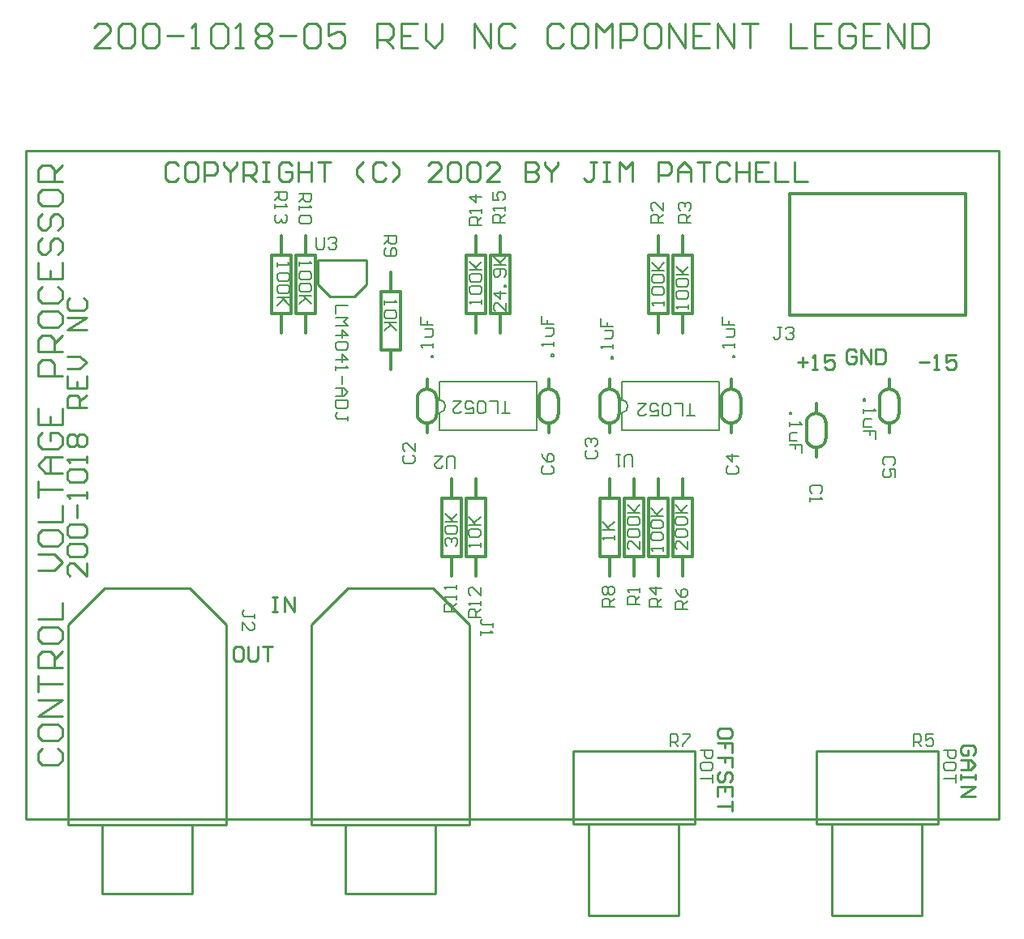
<source format=gto>
*%FSLAX23Y23*%
*%MOIN*%
G01*
%ADD11C,0.006*%
%ADD12C,0.007*%
%ADD13C,0.008*%
%ADD14C,0.010*%
%ADD15C,0.012*%
%ADD16C,0.032*%
%ADD17C,0.036*%
%ADD18C,0.050*%
%ADD19C,0.052*%
%ADD20C,0.055*%
%ADD21C,0.056*%
%ADD22C,0.060*%
%ADD23C,0.061*%
%ADD24C,0.062*%
%ADD25C,0.068*%
%ADD26C,0.070*%
%ADD27C,0.080*%
%ADD28C,0.090*%
%ADD29C,0.095*%
%ADD30C,0.115*%
%ADD31C,0.120*%
%ADD32C,0.125*%
%ADD33C,0.126*%
%ADD34C,0.131*%
%ADD35C,0.150*%
%ADD36C,0.156*%
%ADD37R,0.062X0.062*%
%ADD38R,0.068X0.068*%
D11*
X10383Y8601D02*
Y8618D01*
Y8609D01*
X10333D01*
X10334D01*
X10333D02*
X10341Y8601D01*
Y8643D02*
X10333Y8651D01*
Y8668D01*
X10341Y8676D01*
X10375D01*
X10383Y8668D01*
Y8651D01*
X10375Y8643D01*
X10341D01*
Y8693D02*
X10333Y8701D01*
Y8718D01*
X10341Y8726D01*
X10375D01*
X10383Y8718D01*
Y8701D01*
X10375Y8693D01*
X10341D01*
X10333Y8743D02*
X10383D01*
X10366D01*
X10333Y8776D01*
X10358Y8751D01*
X10383Y8776D01*
X10378Y8941D02*
X10328D01*
Y8966D01*
X10336Y8974D01*
X10353D01*
X10361Y8966D01*
Y8941D01*
Y8958D02*
X10378Y8974D01*
Y8991D02*
Y9024D01*
Y8991D02*
X10345Y9024D01*
X10336D01*
X10328Y9016D01*
Y8999D01*
X10336Y8991D01*
X10483Y8603D02*
Y8586D01*
Y8594D02*
Y8603D01*
Y8594D02*
X10433D01*
X10434D01*
X10433D02*
X10441Y8586D01*
Y8628D02*
X10433Y8636D01*
Y8653D01*
X10441Y8661D01*
X10475D01*
X10483Y8653D01*
Y8636D01*
X10475Y8628D01*
X10441D01*
Y8678D02*
X10433Y8686D01*
Y8703D01*
X10441Y8711D01*
X10475D01*
X10483Y8703D01*
Y8686D01*
X10475Y8678D01*
X10441D01*
X10433Y8728D02*
X10483D01*
X10466D01*
X10433Y8761D01*
X10458Y8736D01*
X10483Y8761D01*
X10493Y8941D02*
X10443D01*
Y8966D01*
X10451Y8974D01*
X10468D01*
X10476Y8966D01*
Y8941D01*
Y8958D02*
X10493Y8974D01*
X10451Y8991D02*
X10443Y8999D01*
Y9016D01*
X10451Y9024D01*
X10460D01*
X10461D01*
X10460D02*
X10461D01*
X10460D02*
X10461D01*
X10460D02*
X10468Y9016D01*
Y9008D01*
Y9016D01*
X10476Y9024D01*
X10485D01*
X10493Y9016D01*
Y8999D01*
X10485Y8991D01*
X11203Y8216D02*
X11211D01*
Y8208D01*
X11203D01*
Y8216D01*
Y8174D02*
Y8158D01*
Y8166D01*
X11253D01*
X11254D01*
X11253D02*
X11245Y8174D01*
X11236Y8133D02*
X11211D01*
X11203Y8124D01*
Y8099D01*
X11236D01*
X11253Y8083D02*
Y8049D01*
Y8083D02*
X11228D01*
Y8066D01*
Y8083D01*
X11203D01*
X11333Y7951D02*
X11325Y7943D01*
X11333Y7951D02*
Y7968D01*
X11325Y7976D01*
X11291D01*
X11283Y7968D01*
Y7951D01*
X11291Y7943D01*
X11333Y7926D02*
Y7893D01*
Y7926D02*
X11308D01*
X11316Y7909D01*
Y7901D01*
X11308Y7893D01*
X11291D01*
X11283Y7901D01*
Y7918D01*
X11291Y7926D01*
X10906Y8161D02*
X10898D01*
X10906D02*
Y8153D01*
X10898D01*
Y8161D01*
Y8119D02*
Y8103D01*
Y8111D01*
X10948D01*
X10949D01*
X10948D02*
X10940Y8119D01*
X10931Y8078D02*
X10906D01*
X10898Y8069D01*
Y8044D01*
X10931D01*
X10948Y8028D02*
Y7994D01*
Y8028D02*
X10923D01*
Y8011D01*
Y8028D01*
X10898D01*
X11033Y7836D02*
X11025Y7828D01*
X11033Y7836D02*
Y7853D01*
X11025Y7861D01*
X10991D01*
X10983Y7853D01*
Y7836D01*
X10991Y7828D01*
X10983Y7811D02*
Y7794D01*
Y7803D01*
X11033D01*
X11034D01*
X11033D02*
X11025Y7811D01*
X10673Y8386D02*
X10665D01*
Y8394D01*
X10673D01*
Y8386D01*
Y8428D02*
Y8444D01*
Y8436D01*
X10623D01*
X10624D01*
X10623D02*
X10631Y8428D01*
X10640Y8469D02*
X10665D01*
X10673Y8478D01*
Y8503D01*
X10640D01*
X10623Y8519D02*
Y8553D01*
Y8519D02*
X10648D01*
Y8536D01*
Y8519D01*
X10673D01*
X10646Y7939D02*
X10638Y7931D01*
Y7914D01*
X10646Y7906D01*
X10680D01*
X10688Y7914D01*
Y7931D01*
X10680Y7939D01*
X10688Y7981D02*
X10638D01*
X10663Y7956D01*
Y7989D01*
X9928Y8391D02*
X9920D01*
Y8399D01*
X9928D01*
Y8391D01*
Y8433D02*
Y8449D01*
Y8441D01*
X9878D01*
X9879D01*
X9878D02*
X9886Y8433D01*
X9895Y8474D02*
X9920D01*
X9928Y8483D01*
Y8508D01*
X9895D01*
X9878Y8524D02*
Y8558D01*
Y8524D02*
X9903D01*
Y8541D01*
Y8524D01*
X9928D01*
X9886Y7939D02*
X9878Y7931D01*
Y7914D01*
X9886Y7906D01*
X9920D01*
X9928Y7914D01*
Y7931D01*
X9920Y7939D01*
X9886Y7973D02*
X9878Y7989D01*
X9886Y7973D02*
X9903Y7956D01*
X9920D01*
X9928Y7964D01*
Y7981D01*
X9920Y7989D01*
X9911D01*
X9903Y7981D01*
Y7956D01*
X10475Y8146D02*
X10508D01*
X10491D02*
X10475D01*
X10491D02*
Y8196D01*
X10458D02*
Y8146D01*
Y8196D02*
X10425D01*
X10408Y8154D02*
X10400Y8146D01*
X10383D01*
X10375Y8154D01*
Y8188D01*
X10383Y8196D01*
X10400D01*
X10408Y8188D01*
Y8154D01*
X10358Y8146D02*
X10325D01*
X10358D02*
Y8171D01*
X10341Y8163D01*
X10333D01*
X10325Y8171D01*
Y8188D01*
X10333Y8196D01*
X10350D01*
X10358Y8188D01*
X10308Y8196D02*
X10275D01*
X10308D02*
X10275Y8163D01*
Y8154D01*
X10283Y8146D01*
X10300D01*
X10308Y8154D01*
X10253Y7978D02*
Y7936D01*
Y7978D02*
X10245Y7986D01*
X10228D01*
X10220Y7978D01*
Y7936D01*
X10203Y7986D02*
X10186D01*
X10195D01*
Y7936D01*
X10196D01*
X10195D02*
X10203Y7944D01*
X10378Y7608D02*
Y7591D01*
Y7599D02*
Y7608D01*
Y7599D02*
X10328D01*
X10329D01*
X10328D02*
X10336Y7591D01*
Y7633D02*
X10328Y7641D01*
Y7658D01*
X10336Y7666D01*
X10370D01*
X10378Y7658D01*
Y7641D01*
X10370Y7633D01*
X10336D01*
Y7683D02*
X10328Y7691D01*
Y7708D01*
X10336Y7716D01*
X10370D01*
X10378Y7708D01*
Y7691D01*
X10370Y7683D01*
X10336D01*
X10328Y7733D02*
X10378D01*
X10361D01*
X10328Y7766D01*
X10353Y7741D01*
X10378Y7766D01*
X10373Y7361D02*
X10323D01*
Y7386D01*
X10331Y7394D01*
X10348D01*
X10356Y7386D01*
Y7361D01*
Y7378D02*
X10373Y7394D01*
Y7436D02*
X10323D01*
X10348Y7411D01*
Y7444D01*
X10283Y7596D02*
Y7629D01*
Y7596D02*
X10250Y7629D01*
X10241D01*
X10233Y7621D01*
Y7604D01*
X10241Y7596D01*
Y7646D02*
X10233Y7654D01*
Y7671D01*
X10241Y7679D01*
X10275D01*
X10283Y7671D01*
Y7654D01*
X10275Y7646D01*
X10241D01*
Y7696D02*
X10233Y7704D01*
Y7721D01*
X10241Y7729D01*
X10275D01*
X10283Y7721D01*
Y7704D01*
X10275Y7696D01*
X10241D01*
X10233Y7746D02*
X10283D01*
X10266D01*
X10233Y7779D01*
X10258Y7754D01*
X10283Y7779D01*
Y7371D02*
X10233D01*
Y7396D01*
X10241Y7404D01*
X10258D01*
X10266Y7396D01*
Y7371D01*
Y7388D02*
X10283Y7404D01*
Y7421D02*
Y7438D01*
Y7429D01*
X10233D01*
X10234D01*
X10233D02*
X10241Y7421D01*
X10478Y7596D02*
Y7629D01*
Y7596D02*
X10445Y7629D01*
X10436D01*
X10428Y7621D01*
Y7604D01*
X10436Y7596D01*
Y7646D02*
X10428Y7654D01*
Y7671D01*
X10436Y7679D01*
X10470D01*
X10478Y7671D01*
Y7654D01*
X10470Y7646D01*
X10436D01*
Y7696D02*
X10428Y7704D01*
Y7721D01*
X10436Y7729D01*
X10470D01*
X10478Y7721D01*
Y7704D01*
X10470Y7696D01*
X10436D01*
X10428Y7746D02*
X10478D01*
X10461D01*
X10428Y7779D01*
X10453Y7754D01*
X10478Y7779D01*
Y7351D02*
X10428D01*
Y7376D01*
X10436Y7384D01*
X10453D01*
X10461Y7376D01*
Y7351D01*
Y7368D02*
X10478Y7384D01*
X10436Y7418D02*
X10428Y7434D01*
X10436Y7418D02*
X10453Y7401D01*
X10470D01*
X10478Y7409D01*
Y7426D01*
X10470Y7434D01*
X10461D01*
X10453Y7426D01*
Y7401D01*
X10178Y7636D02*
Y7653D01*
Y7644D01*
X10128D01*
X10129D01*
X10128D02*
X10136Y7636D01*
X10128Y7678D02*
X10178D01*
X10161D01*
X10128Y7711D01*
X10153Y7686D01*
X10178Y7711D01*
Y7361D02*
X10128D01*
Y7386D01*
X10136Y7394D01*
X10153D01*
X10161Y7386D01*
Y7361D01*
Y7378D02*
X10178Y7394D01*
X10136Y7411D02*
X10128Y7419D01*
Y7436D01*
X10136Y7444D01*
X10145D01*
X10153Y7436D01*
X10161Y7444D01*
X10170D01*
X10178Y7436D01*
Y7419D01*
X10170Y7411D01*
X10161D01*
X10153Y7419D01*
X10145Y7411D01*
X10136D01*
X10153Y7419D02*
Y7436D01*
X10165Y8381D02*
X10173D01*
X10165D02*
Y8389D01*
X10173D01*
Y8381D01*
Y8423D02*
Y8439D01*
Y8431D01*
X10123D01*
X10124D01*
X10123D02*
X10131Y8423D01*
X10140Y8464D02*
X10165D01*
X10173Y8473D01*
Y8498D01*
X10140D01*
X10123Y8514D02*
Y8548D01*
Y8514D02*
X10148D01*
Y8531D01*
Y8514D01*
X10173D01*
X10066Y8004D02*
X10058Y7996D01*
Y7979D01*
X10066Y7971D01*
X10100D01*
X10108Y7979D01*
Y7996D01*
X10100Y8004D01*
X10066Y8021D02*
X10058Y8029D01*
Y8046D01*
X10066Y8054D01*
X10075D01*
X10076D01*
X10075D02*
X10076D01*
X10075D02*
X10076D01*
X10075D02*
X10083Y8046D01*
Y8038D01*
Y8046D01*
X10091Y8054D01*
X10100D01*
X10108Y8046D01*
Y8029D01*
X10100Y8021D01*
X10850Y8511D02*
X10866D01*
X10858D02*
X10850D01*
X10858D02*
Y8469D01*
X10850Y8461D01*
X10841D01*
X10833Y8469D01*
X10883Y8503D02*
X10891Y8511D01*
X10908D01*
X10916Y8503D01*
Y8494D01*
X10917D01*
X10916D02*
X10917D01*
X10916D02*
X10917D01*
X10916D02*
X10908Y8486D01*
X10900D01*
X10908D01*
X10916Y8478D01*
Y8469D01*
X10908Y8461D01*
X10891D01*
X10883Y8469D01*
X10583Y6771D02*
X10533D01*
X10583D02*
Y6746D01*
X10575Y6738D01*
X10558D01*
X10550Y6746D01*
Y6771D01*
X10583Y6713D02*
Y6696D01*
Y6713D02*
X10575Y6721D01*
X10541D01*
X10533Y6713D01*
Y6696D01*
X10541Y6688D01*
X10575D01*
X10583Y6696D01*
Y6671D02*
Y6638D01*
Y6654D01*
X10533D01*
X10408Y6786D02*
Y6836D01*
X10433D01*
X10441Y6828D01*
Y6811D01*
X10433Y6803D01*
X10408D01*
X10425D02*
X10441Y6786D01*
X10458Y6836D02*
X10491D01*
Y6828D01*
X10458Y6794D01*
Y6786D01*
X11533Y6771D02*
X11583D01*
Y6746D01*
X11575Y6738D01*
X11558D01*
X11550Y6746D01*
Y6771D01*
X11583Y6713D02*
Y6696D01*
Y6713D02*
X11575Y6721D01*
X11541D01*
X11533Y6713D01*
Y6696D01*
X11541Y6688D01*
X11575D01*
X11583Y6696D01*
Y6671D02*
Y6638D01*
Y6654D01*
X11533D01*
X11408Y6786D02*
Y6836D01*
X11433D01*
X11441Y6828D01*
Y6811D01*
X11433Y6803D01*
X11408D01*
X11425D02*
X11441Y6786D01*
X11458Y6836D02*
X11491D01*
X11458D02*
Y6811D01*
X11475Y6819D01*
X11483D01*
X11491Y6811D01*
Y6794D01*
X11483Y6786D01*
X11466D01*
X11458Y6794D01*
X8793Y8759D02*
Y8776D01*
Y8768D02*
Y8759D01*
Y8768D02*
X8843D01*
X8844D01*
X8843D02*
X8835Y8776D01*
Y8734D02*
X8843Y8726D01*
Y8709D01*
X8835Y8701D01*
X8801D01*
X8793Y8709D01*
Y8726D01*
X8801Y8734D01*
X8835D01*
Y8684D02*
X8843Y8676D01*
Y8659D01*
X8835Y8651D01*
X8801D01*
X8793Y8659D01*
Y8676D01*
X8801Y8684D01*
X8835D01*
X8843Y8634D02*
X8793D01*
X8810D01*
X8843Y8601D01*
X8818Y8626D01*
X8793Y8601D01*
X8783Y9066D02*
X8833D01*
Y9041D01*
X8825Y9033D01*
X8808D01*
X8800Y9041D01*
Y9066D01*
Y9049D02*
X8783Y9033D01*
Y9016D02*
Y8999D01*
Y9008D01*
X8833D01*
X8834D01*
X8833D02*
X8825Y9016D01*
Y8974D02*
X8833Y8966D01*
Y8949D01*
X8825Y8941D01*
X8816D01*
X8817D01*
X8816D02*
X8817D01*
X8816D02*
X8817D01*
X8816D02*
X8808Y8949D01*
Y8958D01*
Y8949D01*
X8800Y8941D01*
X8791D01*
X8783Y8949D01*
Y8966D01*
X8791Y8974D01*
X9633Y8623D02*
Y8606D01*
Y8614D02*
Y8623D01*
Y8614D02*
X9583D01*
X9584D01*
X9583D02*
X9591Y8606D01*
Y8648D02*
X9583Y8656D01*
Y8673D01*
X9591Y8681D01*
X9625D01*
X9633Y8673D01*
Y8656D01*
X9625Y8648D01*
X9591D01*
Y8698D02*
X9583Y8706D01*
Y8723D01*
X9591Y8731D01*
X9625D01*
X9633Y8723D01*
Y8706D01*
X9625Y8698D01*
X9591D01*
X9583Y8748D02*
X9633D01*
X9616D01*
X9583Y8781D01*
X9608Y8756D01*
X9633Y8781D01*
Y8931D02*
X9583D01*
Y8956D01*
X9591Y8964D01*
X9608D01*
X9616Y8956D01*
Y8931D01*
Y8948D02*
X9633Y8964D01*
Y8981D02*
Y8998D01*
Y8989D01*
X9583D01*
X9584D01*
X9583D02*
X9591Y8981D01*
X9583Y9048D02*
X9633D01*
X9608Y9023D02*
X9583Y9048D01*
X9608Y9056D02*
Y9023D01*
X9733Y8609D02*
Y8576D01*
X9700Y8609D01*
X9691D01*
X9683Y8601D01*
Y8584D01*
X9691Y8576D01*
X9683Y8651D02*
X9733D01*
X9708Y8626D02*
X9683Y8651D01*
X9708Y8659D02*
Y8626D01*
X9725Y8676D02*
X9733D01*
X9725D02*
Y8684D01*
X9733D01*
Y8676D01*
X9725Y8718D02*
X9733Y8726D01*
Y8743D01*
X9725Y8751D01*
X9691D01*
X9683Y8743D01*
Y8726D01*
X9691Y8718D01*
X9700D01*
X9708Y8726D01*
Y8751D01*
X9683Y8768D02*
X9733D01*
X9716D01*
X9683Y8801D01*
X9708Y8776D01*
X9733Y8801D01*
X9728Y8941D02*
X9678D01*
Y8966D01*
X9686Y8974D01*
X9703D01*
X9711Y8966D01*
Y8941D01*
Y8958D02*
X9728Y8974D01*
Y8991D02*
Y9008D01*
Y8999D01*
X9678D01*
X9679D01*
X9678D02*
X9686Y8991D01*
X9678Y9033D02*
Y9066D01*
Y9033D02*
X9703D01*
X9695Y9049D01*
Y9058D01*
X9703Y9066D01*
X9720D01*
X9728Y9058D01*
Y9041D01*
X9720Y9033D01*
X9083Y8601D02*
X9033D01*
Y8568D01*
Y8551D02*
X9083D01*
X9066Y8534D01*
X9083Y8518D01*
X9033D01*
Y8476D02*
X9083D01*
X9058Y8501D01*
Y8468D01*
X9075Y8451D02*
X9083Y8443D01*
Y8426D01*
X9075Y8418D01*
X9041D01*
X9033Y8426D01*
Y8443D01*
X9041Y8451D01*
X9075D01*
X9083Y8376D02*
X9033D01*
X9058Y8401D02*
X9083Y8376D01*
X9058Y8368D02*
Y8401D01*
X9033Y8351D02*
Y8334D01*
Y8343D01*
X9083D01*
X9084D01*
X9083D02*
X9075Y8351D01*
X9058Y8309D02*
Y8276D01*
X9066Y8259D02*
X9033D01*
X9066D02*
X9083Y8243D01*
X9066Y8226D01*
X9033D01*
X9058D01*
Y8259D01*
X9083Y8209D02*
X9033D01*
Y8184D01*
X9041Y8176D01*
X9075D01*
X9083Y8184D01*
Y8209D01*
Y8143D02*
Y8126D01*
Y8134D02*
Y8143D01*
Y8134D02*
X9041D01*
X9033Y8143D01*
Y8151D01*
X9041Y8159D01*
X8953Y8839D02*
Y8881D01*
Y8839D02*
X8961Y8831D01*
X8978D01*
X8986Y8839D01*
Y8881D01*
X9003Y8873D02*
X9011Y8881D01*
X9028D01*
X9036Y8873D01*
Y8864D01*
X9037D01*
X9036D02*
X9037D01*
X9036D02*
X9037D01*
X9036D02*
X9028Y8856D01*
X9020D01*
X9028D01*
X9036Y8848D01*
Y8839D01*
X9028Y8831D01*
X9011D01*
X9003Y8839D01*
X8883Y8781D02*
Y8764D01*
Y8773D01*
X8933D01*
X8934D01*
X8933D02*
X8925Y8781D01*
Y8739D02*
X8933Y8731D01*
Y8714D01*
X8925Y8706D01*
X8891D01*
X8883Y8714D01*
Y8731D01*
X8891Y8739D01*
X8925D01*
Y8689D02*
X8933Y8681D01*
Y8664D01*
X8925Y8656D01*
X8891D01*
X8883Y8664D01*
Y8681D01*
X8891Y8689D01*
X8925D01*
X8933Y8639D02*
X8883D01*
X8900D01*
X8933Y8606D01*
X8908Y8631D01*
X8883Y8606D01*
Y9061D02*
X8933D01*
Y9036D01*
X8925Y9028D01*
X8908D01*
X8900Y9036D01*
Y9061D01*
Y9044D02*
X8883Y9028D01*
Y9011D02*
Y8994D01*
Y9003D01*
X8933D01*
X8934D01*
X8933D02*
X8925Y9011D01*
Y8969D02*
X8933Y8961D01*
Y8944D01*
X8925Y8936D01*
X8891D01*
X8883Y8944D01*
Y8961D01*
X8891Y8969D01*
X8925D01*
X9715Y8156D02*
X9748D01*
X9731D02*
X9715D01*
X9731D02*
Y8206D01*
X9698D02*
Y8156D01*
Y8206D02*
X9665D01*
X9648Y8164D02*
X9640Y8156D01*
X9623D01*
X9615Y8164D01*
Y8198D01*
X9623Y8206D01*
X9640D01*
X9648Y8198D01*
Y8164D01*
X9598Y8156D02*
X9565D01*
X9598D02*
Y8181D01*
X9581Y8173D01*
X9573D01*
X9565Y8181D01*
Y8198D01*
X9573Y8206D01*
X9590D01*
X9598Y8198D01*
X9548Y8206D02*
X9515D01*
X9548D02*
X9515Y8173D01*
Y8164D01*
X9523Y8156D01*
X9540D01*
X9548Y8164D01*
X9523Y7973D02*
Y7931D01*
Y7973D02*
X9515Y7981D01*
X9498D01*
X9490Y7973D01*
Y7931D01*
X9473Y7981D02*
X9440D01*
X9473D02*
X9440Y7948D01*
Y7939D01*
X9448Y7931D01*
X9465D01*
X9473Y7939D01*
X9628Y7623D02*
Y7606D01*
Y7614D02*
Y7623D01*
Y7614D02*
X9578D01*
X9579D01*
X9578D02*
X9586Y7606D01*
Y7648D02*
X9578Y7656D01*
Y7673D01*
X9586Y7681D01*
X9620D01*
X9628Y7673D01*
Y7656D01*
X9620Y7648D01*
X9586D01*
X9578Y7698D02*
X9628D01*
X9611D01*
X9578Y7731D01*
X9603Y7706D01*
X9628Y7731D01*
Y7316D02*
X9578D01*
Y7341D01*
X9586Y7349D01*
X9603D01*
X9611Y7341D01*
Y7316D01*
Y7333D02*
X9628Y7349D01*
Y7366D02*
Y7383D01*
Y7374D01*
X9578D01*
X9579D01*
X9578D02*
X9586Y7366D01*
X9628Y7408D02*
Y7441D01*
Y7408D02*
X9595Y7441D01*
X9586D01*
X9578Y7433D01*
Y7416D01*
X9586Y7408D01*
X9433Y8386D02*
X9425D01*
Y8394D01*
X9433D01*
Y8386D01*
Y8428D02*
Y8444D01*
Y8436D01*
X9383D01*
X9384D01*
X9383D02*
X9391Y8428D01*
X9400Y8469D02*
X9425D01*
X9433Y8478D01*
Y8503D01*
X9400D01*
X9383Y8519D02*
Y8553D01*
Y8519D02*
X9408D01*
Y8536D01*
Y8519D01*
X9433D01*
X9316Y7984D02*
X9308Y7976D01*
Y7959D01*
X9316Y7951D01*
X9350D01*
X9358Y7959D01*
Y7976D01*
X9350Y7984D01*
X9358Y8001D02*
Y8034D01*
Y8001D02*
X9325Y8034D01*
X9316D01*
X9308Y8026D01*
Y8009D01*
X9316Y8001D01*
X9483Y7619D02*
X9491Y7611D01*
X9483Y7619D02*
Y7636D01*
X9491Y7644D01*
X9500D01*
X9501D01*
X9500D02*
X9501D01*
X9500D02*
X9501D01*
X9500D02*
X9508Y7636D01*
Y7628D01*
Y7636D01*
X9516Y7644D01*
X9525D01*
X9533Y7636D01*
Y7619D01*
X9525Y7611D01*
X9491Y7661D02*
X9483Y7669D01*
Y7686D01*
X9491Y7694D01*
X9525D01*
X9533Y7686D01*
Y7669D01*
X9525Y7661D01*
X9491D01*
X9483Y7711D02*
X9533D01*
X9516D01*
X9483Y7744D01*
X9508Y7719D01*
X9533Y7744D01*
X9528Y7341D02*
X9478D01*
Y7366D01*
X9486Y7374D01*
X9503D01*
X9511Y7366D01*
Y7341D01*
Y7358D02*
X9528Y7374D01*
Y7391D02*
Y7408D01*
Y7399D01*
X9478D01*
X9479D01*
X9478D02*
X9486Y7391D01*
X9528Y7433D02*
Y7449D01*
Y7441D01*
X9478D01*
X9479D01*
X9478D02*
X9486Y7433D01*
X9233Y8604D02*
Y8621D01*
Y8613D02*
Y8604D01*
Y8613D02*
X9283D01*
X9284D01*
X9283D02*
X9275Y8621D01*
Y8579D02*
X9283Y8571D01*
Y8554D01*
X9275Y8546D01*
X9241D01*
X9233Y8554D01*
Y8571D01*
X9241Y8579D01*
X9275D01*
X9283Y8529D02*
X9233D01*
X9250D01*
X9283Y8496D01*
X9258Y8521D01*
X9233Y8496D01*
Y8886D02*
X9283D01*
Y8861D01*
X9275Y8853D01*
X9258D01*
X9250Y8861D01*
Y8886D01*
Y8869D02*
X9233Y8853D01*
X9241Y8836D02*
X9233Y8828D01*
Y8811D01*
X9241Y8803D01*
X9275D01*
X9283Y8811D01*
Y8828D01*
X9275Y8836D01*
X9266D01*
X9258Y8828D01*
Y8803D01*
X9678Y7294D02*
Y7278D01*
Y7286D02*
Y7294D01*
Y7286D02*
X9636D01*
X9628Y7294D01*
Y7303D01*
X9636Y7311D01*
X9628Y7261D02*
Y7244D01*
Y7253D01*
X9678D01*
X9679D01*
X9678D02*
X9670Y7261D01*
X8698Y7313D02*
Y7329D01*
Y7321D01*
X8656D01*
X8648Y7329D01*
Y7338D01*
X8656Y7346D01*
X8648Y7296D02*
Y7263D01*
Y7296D02*
X8681Y7263D01*
X8690D01*
X8698Y7271D01*
Y7288D01*
X8690Y7296D01*
D13*
X10208Y8161D02*
X10211Y8161D01*
X10214Y8162D01*
X10218Y8163D01*
X10220Y8164D01*
X10223Y8166D01*
X10226Y8168D01*
X10228Y8171D01*
X10230Y8174D01*
X10231Y8176D01*
X10232Y8180D01*
X10233Y8183D01*
X10233Y8186D01*
X10233Y8189D01*
X10232Y8192D01*
X10231Y8196D01*
X10230Y8198D01*
X10228Y8201D01*
X10226Y8204D01*
X10223Y8206D01*
X10220Y8208D01*
X10218Y8209D01*
X10214Y8210D01*
X10211Y8211D01*
X10208Y8211D01*
X10608Y8286D02*
Y8086D01*
X10208Y8211D02*
Y8286D01*
Y8161D02*
Y8086D01*
X10608D01*
Y8286D02*
X10208D01*
X9458Y8211D02*
X9461Y8211D01*
X9464Y8210D01*
X9468Y8209D01*
X9470Y8208D01*
X9473Y8206D01*
X9476Y8204D01*
X9478Y8201D01*
X9480Y8198D01*
X9481Y8196D01*
X9482Y8192D01*
X9483Y8189D01*
X9483Y8186D01*
X9483Y8183D01*
X9482Y8180D01*
X9481Y8176D01*
X9480Y8174D01*
X9478Y8171D01*
X9476Y8168D01*
X9473Y8166D01*
X9470Y8164D01*
X9468Y8163D01*
X9464Y8162D01*
X9461Y8161D01*
X9458Y8161D01*
X9858Y8086D02*
Y8286D01*
X9458D02*
Y8211D01*
Y8161D02*
Y8086D01*
X9858D01*
Y8286D02*
X9458D01*
D14*
X8643Y7196D02*
X8623D01*
X8613Y7186D01*
Y7146D01*
X8623Y7136D01*
X8643D01*
X8653Y7146D01*
Y7186D01*
X8643Y7196D01*
X8673D02*
Y7146D01*
X8683Y7136D01*
X8703D01*
X8713Y7146D01*
Y7196D01*
X8733D02*
X8773D01*
X8753D01*
Y7136D01*
X8773Y7401D02*
X8793D01*
X8783D01*
Y7341D01*
X8773D01*
X8793D01*
X8823D02*
Y7401D01*
X8863Y7341D01*
Y7401D01*
X11653Y6751D02*
X11663Y6761D01*
Y6781D01*
X11653Y6791D01*
X11613D01*
X11603Y6781D01*
Y6761D01*
X11613Y6751D01*
X11633D01*
Y6771D01*
X11643Y6731D02*
X11603D01*
X11643D02*
X11663Y6711D01*
X11643Y6691D01*
X11603D01*
X11633D01*
Y6731D01*
X11663Y6671D02*
Y6651D01*
Y6661D01*
X11603D01*
Y6671D01*
Y6651D01*
Y6621D02*
X11663D01*
X11603Y6581D01*
X11663D01*
X10663Y6831D02*
Y6851D01*
X10653Y6861D01*
X10613D01*
X10603Y6851D01*
Y6831D01*
X10613Y6821D01*
X10653D01*
X10663Y6831D01*
Y6801D02*
Y6761D01*
Y6801D02*
X10633D01*
Y6781D01*
Y6801D01*
X10603D01*
X10663Y6741D02*
Y6701D01*
Y6741D02*
X10633D01*
Y6721D01*
Y6741D01*
X10603D01*
X10663Y6651D02*
X10653Y6641D01*
X10663Y6651D02*
Y6671D01*
X10653Y6681D01*
X10643D01*
X10633Y6671D01*
Y6651D01*
X10623Y6641D01*
X10613D01*
X10603Y6651D01*
Y6671D01*
X10613Y6681D01*
X10663Y6621D02*
Y6581D01*
Y6621D02*
X10603D01*
Y6581D01*
X10633Y6601D02*
Y6621D01*
X10663Y6561D02*
Y6521D01*
Y6541D01*
X10603D01*
X8105Y9661D02*
X8038D01*
X8105Y9728D01*
Y9744D01*
X8088Y9761D01*
X8055D01*
X8038Y9744D01*
X8138D02*
X8155Y9761D01*
X8188D01*
X8205Y9744D01*
Y9678D01*
X8188Y9661D01*
X8155D01*
X8138Y9678D01*
Y9744D01*
X8238D02*
X8255Y9761D01*
X8288D01*
X8305Y9744D01*
Y9678D01*
X8288Y9661D01*
X8255D01*
X8238Y9678D01*
Y9744D01*
X8338Y9711D02*
X8405D01*
X8438Y9661D02*
X8471D01*
X8455D01*
Y9761D01*
X8456D01*
X8455D02*
X8438Y9744D01*
X8521D02*
X8538Y9761D01*
X8571D01*
X8588Y9744D01*
Y9678D01*
X8571Y9661D01*
X8538D01*
X8521Y9678D01*
Y9744D01*
X8621Y9661D02*
X8654D01*
X8638D01*
Y9761D01*
X8639D01*
X8638D02*
X8621Y9744D01*
X8704D02*
X8721Y9761D01*
X8754D01*
X8771Y9744D01*
Y9728D01*
X8754Y9711D01*
X8771Y9694D01*
Y9678D01*
X8754Y9661D01*
X8721D01*
X8704Y9678D01*
Y9694D01*
X8721Y9711D01*
X8704Y9728D01*
Y9744D01*
X8721Y9711D02*
X8754D01*
X8804D02*
X8871D01*
X8904Y9744D02*
X8921Y9761D01*
X8954D01*
X8971Y9744D01*
Y9678D01*
X8954Y9661D01*
X8921D01*
X8904Y9678D01*
Y9744D01*
X9004Y9761D02*
X9071D01*
X9004D02*
Y9711D01*
X9038Y9728D01*
X9054D01*
X9071Y9711D01*
Y9678D01*
X9054Y9661D01*
X9021D01*
X9004Y9678D01*
X9204Y9661D02*
Y9761D01*
X9254D01*
X9271Y9744D01*
Y9711D01*
X9254Y9694D01*
X9204D01*
X9238D02*
X9271Y9661D01*
X9304Y9761D02*
X9371D01*
X9304D02*
Y9661D01*
X9371D01*
X9338Y9711D02*
X9304D01*
X9404Y9694D02*
Y9761D01*
Y9694D02*
X9438Y9661D01*
X9471Y9694D01*
Y9761D01*
X9604D02*
Y9661D01*
X9671D02*
X9604Y9761D01*
X9671D02*
Y9661D01*
X9771Y9744D02*
X9754Y9761D01*
X9721D01*
X9704Y9744D01*
Y9678D01*
X9721Y9661D01*
X9754D01*
X9771Y9678D01*
X9954Y9761D02*
X9971Y9744D01*
X9954Y9761D02*
X9921D01*
X9904Y9744D01*
Y9678D01*
X9921Y9661D01*
X9954D01*
X9971Y9678D01*
X10021Y9761D02*
X10054D01*
X10021D02*
X10004Y9744D01*
Y9678D01*
X10021Y9661D01*
X10054D01*
X10071Y9678D01*
Y9744D01*
X10054Y9761D01*
X10104D02*
Y9661D01*
X10137Y9728D02*
X10104Y9761D01*
X10137Y9728D02*
X10171Y9761D01*
Y9661D01*
X10204D02*
Y9761D01*
X10254D01*
X10271Y9744D01*
Y9711D01*
X10254Y9694D01*
X10204D01*
X10321Y9761D02*
X10354D01*
X10321D02*
X10304Y9744D01*
Y9678D01*
X10321Y9661D01*
X10354D01*
X10371Y9678D01*
Y9744D01*
X10354Y9761D01*
X10404D02*
Y9661D01*
X10471D02*
X10404Y9761D01*
X10471D02*
Y9661D01*
X10504Y9761D02*
X10571D01*
X10504D02*
Y9661D01*
X10571D01*
X10537Y9711D02*
X10504D01*
X10604Y9661D02*
Y9761D01*
X10670Y9661D01*
Y9761D01*
X10704D02*
X10770D01*
X10737D01*
Y9661D01*
X10904D02*
Y9761D01*
Y9661D02*
X10970D01*
X11004Y9761D02*
X11070D01*
X11004D02*
Y9661D01*
X11070D01*
X11037Y9711D02*
X11004D01*
X11154Y9761D02*
X11170Y9744D01*
X11154Y9761D02*
X11120D01*
X11104Y9744D01*
Y9678D01*
X11120Y9661D01*
X11154D01*
X11170Y9678D01*
Y9711D01*
X11137D01*
X11204Y9761D02*
X11270D01*
X11204D02*
Y9661D01*
X11270D01*
X11237Y9711D02*
X11204D01*
X11304Y9661D02*
Y9761D01*
X11370Y9661D01*
Y9761D01*
X11404D02*
Y9661D01*
X11454D01*
X11470Y9678D01*
Y9744D01*
X11454Y9761D01*
X11404D01*
X7825Y6778D02*
X7808Y6761D01*
Y6728D01*
X7825Y6711D01*
X7891D01*
X7908Y6728D01*
Y6761D01*
X7891Y6778D01*
X7808Y6828D02*
Y6861D01*
Y6828D02*
X7825Y6811D01*
X7891D01*
X7908Y6828D01*
Y6861D01*
X7891Y6878D01*
X7825D01*
X7808Y6861D01*
Y6911D02*
X7908D01*
Y6978D02*
X7808Y6911D01*
Y6978D02*
X7908D01*
X7808Y7011D02*
Y7078D01*
Y7044D01*
X7908D01*
Y7111D02*
X7808D01*
Y7161D01*
X7825Y7178D01*
X7858D01*
X7875Y7161D01*
Y7111D01*
Y7144D02*
X7908Y7178D01*
X7808Y7228D02*
Y7261D01*
Y7228D02*
X7825Y7211D01*
X7891D01*
X7908Y7228D01*
Y7261D01*
X7891Y7277D01*
X7825D01*
X7808Y7261D01*
Y7311D02*
X7908D01*
Y7377D01*
X7875Y7511D02*
X7808D01*
X7875D02*
X7908Y7544D01*
X7875Y7577D01*
X7808D01*
Y7627D02*
Y7661D01*
Y7627D02*
X7825Y7611D01*
X7891D01*
X7908Y7627D01*
Y7661D01*
X7891Y7677D01*
X7825D01*
X7808Y7661D01*
Y7711D02*
X7908D01*
Y7777D01*
X7808Y7811D02*
Y7877D01*
Y7844D01*
X7908D01*
Y7911D02*
X7841D01*
X7808Y7944D01*
X7841Y7977D01*
X7908D01*
X7858D01*
Y7911D01*
X7808Y8061D02*
X7825Y8077D01*
X7808Y8061D02*
Y8027D01*
X7825Y8011D01*
X7891D01*
X7908Y8027D01*
Y8061D01*
X7891Y8077D01*
X7858D01*
Y8044D01*
X7808Y8111D02*
Y8177D01*
Y8111D02*
X7908D01*
Y8177D01*
X7858Y8144D02*
Y8111D01*
X7908Y8310D02*
X7808D01*
Y8360D01*
X7825Y8377D01*
X7858D01*
X7875Y8360D01*
Y8310D01*
X7908Y8410D02*
X7808D01*
Y8460D01*
X7825Y8477D01*
X7858D01*
X7875Y8460D01*
Y8410D01*
Y8444D02*
X7908Y8477D01*
X7808Y8527D02*
Y8560D01*
Y8527D02*
X7825Y8510D01*
X7891D01*
X7908Y8527D01*
Y8560D01*
X7891Y8577D01*
X7825D01*
X7808Y8560D01*
Y8660D02*
X7825Y8677D01*
X7808Y8660D02*
Y8627D01*
X7825Y8610D01*
X7891D01*
X7908Y8627D01*
Y8660D01*
X7891Y8677D01*
X7808Y8710D02*
Y8777D01*
Y8710D02*
X7908D01*
Y8777D01*
X7858Y8744D02*
Y8710D01*
X7808Y8860D02*
X7825Y8877D01*
X7808Y8860D02*
Y8827D01*
X7825Y8810D01*
X7841D01*
X7858Y8827D01*
Y8860D01*
X7875Y8877D01*
X7891D01*
X7908Y8860D01*
Y8827D01*
X7891Y8810D01*
X7808Y8960D02*
X7825Y8977D01*
X7808Y8960D02*
Y8927D01*
X7825Y8910D01*
X7841D01*
X7858Y8927D01*
Y8960D01*
X7875Y8977D01*
X7891D01*
X7908Y8960D01*
Y8927D01*
X7891Y8910D01*
X7808Y9027D02*
Y9060D01*
Y9027D02*
X7825Y9010D01*
X7891D01*
X7908Y9027D01*
Y9060D01*
X7891Y9077D01*
X7825D01*
X7808Y9060D01*
Y9110D02*
X7908D01*
X7808D02*
Y9160D01*
X7825Y9177D01*
X7858D01*
X7875Y9160D01*
Y9110D01*
Y9144D02*
X7908Y9177D01*
X8373Y9191D02*
X8386Y9178D01*
X8373Y9191D02*
X8346D01*
X8333Y9178D01*
Y9124D01*
X8346Y9111D01*
X8373D01*
X8386Y9124D01*
X8426Y9191D02*
X8453D01*
X8426D02*
X8413Y9178D01*
Y9124D01*
X8426Y9111D01*
X8453D01*
X8466Y9124D01*
Y9178D01*
X8453Y9191D01*
X8493D02*
Y9111D01*
Y9191D02*
X8533D01*
X8546Y9178D01*
Y9151D01*
X8533Y9138D01*
X8493D01*
X8573Y9178D02*
Y9191D01*
Y9178D02*
X8600Y9151D01*
X8626Y9178D01*
Y9191D01*
X8600Y9151D02*
Y9111D01*
X8653D02*
Y9191D01*
X8693D01*
X8706Y9178D01*
Y9151D01*
X8693Y9138D01*
X8653D01*
X8680D02*
X8706Y9111D01*
X8733Y9191D02*
X8760D01*
X8746D01*
Y9111D01*
X8733D01*
X8760D01*
X8840Y9191D02*
X8853Y9178D01*
X8840Y9191D02*
X8813D01*
X8800Y9178D01*
Y9124D01*
X8813Y9111D01*
X8840D01*
X8853Y9124D01*
Y9151D01*
X8826D01*
X8879Y9191D02*
Y9111D01*
Y9151D01*
X8933D01*
Y9191D01*
Y9111D01*
X8959Y9191D02*
X9013D01*
X8986D01*
Y9111D01*
X9119Y9138D02*
X9146Y9111D01*
X9119Y9138D02*
Y9164D01*
X9146Y9191D01*
X9226D02*
X9239Y9178D01*
X9226Y9191D02*
X9199D01*
X9186Y9178D01*
Y9124D01*
X9199Y9111D01*
X9226D01*
X9239Y9124D01*
X9266Y9111D02*
X9293Y9138D01*
Y9164D01*
X9266Y9191D01*
X9413Y9111D02*
X9466D01*
X9413D02*
X9466Y9164D01*
Y9178D01*
X9453Y9191D01*
X9426D01*
X9413Y9178D01*
X9493D02*
X9506Y9191D01*
X9533D01*
X9546Y9178D01*
Y9124D01*
X9533Y9111D01*
X9506D01*
X9493Y9124D01*
Y9178D01*
X9573D02*
X9586Y9191D01*
X9613D01*
X9626Y9178D01*
Y9124D01*
X9613Y9111D01*
X9586D01*
X9573Y9124D01*
Y9178D01*
X9653Y9111D02*
X9706D01*
X9653D02*
X9706Y9164D01*
Y9178D01*
X9693Y9191D01*
X9666D01*
X9653Y9178D01*
X9813Y9191D02*
Y9111D01*
X9853D01*
X9866Y9124D01*
Y9138D01*
X9853Y9151D01*
X9813D01*
X9814D01*
X9813D02*
X9814D01*
X9813D02*
X9814D01*
X9813D02*
X9853D01*
X9866Y9164D01*
Y9178D01*
X9853Y9191D01*
X9813D01*
X9892D02*
Y9178D01*
X9919Y9151D01*
X9946Y9178D01*
Y9191D01*
X9919Y9151D02*
Y9111D01*
X10079Y9191D02*
X10106D01*
X10092D02*
X10079D01*
X10092D02*
Y9124D01*
X10079Y9111D01*
X10066D01*
X10052Y9124D01*
X10132Y9191D02*
X10159D01*
X10146D01*
Y9111D01*
X10132D01*
X10159D01*
X10199D02*
Y9191D01*
X10226Y9164D01*
X10252Y9191D01*
Y9111D01*
X10359D02*
Y9191D01*
X10399D01*
X10412Y9178D01*
Y9151D01*
X10399Y9138D01*
X10359D01*
X10439Y9111D02*
Y9164D01*
X10466Y9191D01*
X10492Y9164D01*
Y9111D01*
Y9151D01*
X10439D01*
X10519Y9191D02*
X10572D01*
X10546D01*
Y9111D01*
X10639Y9191D02*
X10652Y9178D01*
X10639Y9191D02*
X10612D01*
X10599Y9178D01*
Y9124D01*
X10612Y9111D01*
X10639D01*
X10652Y9124D01*
X10679Y9111D02*
Y9191D01*
Y9151D02*
Y9111D01*
Y9151D02*
X10732D01*
Y9191D01*
Y9111D01*
X10759Y9191D02*
X10812D01*
X10759D02*
Y9111D01*
X10812D01*
X10786Y9151D02*
X10759D01*
X10839Y9191D02*
Y9111D01*
X10892D01*
X10919D02*
Y9191D01*
Y9111D02*
X10972D01*
X8008Y7539D02*
Y7486D01*
X7955Y7539D01*
X7941D01*
X7928Y7526D01*
Y7499D01*
X7941Y7486D01*
Y7566D02*
X7928Y7579D01*
Y7606D01*
X7941Y7619D01*
X7995D01*
X8008Y7606D01*
Y7579D01*
X7995Y7566D01*
X7941D01*
Y7646D02*
X7928Y7659D01*
Y7686D01*
X7941Y7699D01*
X7995D01*
X8008Y7686D01*
Y7659D01*
X7995Y7646D01*
X7941D01*
X7968Y7726D02*
Y7779D01*
X8008Y7806D02*
Y7833D01*
Y7819D01*
X7928D01*
X7929D01*
X7928D02*
X7941Y7806D01*
Y7873D02*
X7928Y7886D01*
Y7913D01*
X7941Y7926D01*
X7995D01*
X8008Y7913D01*
Y7886D01*
X7995Y7873D01*
X7941D01*
X8008Y7953D02*
Y7979D01*
Y7966D01*
X7928D01*
X7929D01*
X7928D02*
X7941Y7953D01*
Y8019D02*
X7928Y8032D01*
Y8059D01*
X7941Y8072D01*
X7955D01*
X7968Y8059D01*
X7981Y8072D01*
X7995D01*
X8008Y8059D01*
Y8032D01*
X7995Y8019D01*
X7981D01*
X7968Y8032D01*
X7955Y8019D01*
X7941D01*
X7968Y8032D02*
Y8059D01*
X7928Y8179D02*
X8008D01*
X7928D02*
Y8219D01*
X7941Y8232D01*
X7968D01*
X7981Y8219D01*
Y8179D01*
Y8206D02*
X8008Y8232D01*
X7928Y8259D02*
Y8312D01*
Y8259D02*
X8008D01*
Y8312D01*
X7968Y8286D02*
Y8259D01*
X7981Y8339D02*
X7928D01*
X7981D02*
X8008Y8366D01*
X7981Y8392D01*
X7928D01*
Y8499D02*
X8008D01*
Y8552D02*
X7928Y8499D01*
Y8552D02*
X8008D01*
X7941Y8632D02*
X7928Y8619D01*
Y8592D01*
X7941Y8579D01*
X7995D01*
X8008Y8592D01*
Y8619D01*
X7995Y8632D01*
X10933Y8366D02*
X10973D01*
X10953Y8386D02*
Y8346D01*
X10993Y8336D02*
X11013D01*
X11003D01*
Y8396D01*
X11004D01*
X11003D02*
X10993Y8386D01*
X11043Y8396D02*
X11083D01*
X11043D02*
Y8366D01*
X11063Y8376D01*
X11073D01*
X11083Y8366D01*
Y8346D01*
X11073Y8336D01*
X11053D01*
X11043Y8346D01*
X11163Y8421D02*
X11173Y8411D01*
X11163Y8421D02*
X11143D01*
X11133Y8411D01*
Y8371D01*
X11143Y8361D01*
X11163D01*
X11173Y8371D01*
Y8391D01*
X11153D01*
X11193Y8361D02*
Y8421D01*
X11233Y8361D01*
Y8421D01*
X11253D02*
Y8361D01*
X11283D01*
X11293Y8371D01*
Y8411D01*
X11283Y8421D01*
X11253D01*
X11433Y8366D02*
X11473D01*
X11493Y8336D02*
X11513D01*
X11503D01*
Y8396D01*
X11504D01*
X11503D02*
X11493Y8386D01*
X11543Y8396D02*
X11583D01*
X11543D02*
Y8366D01*
X11563Y8376D01*
X11573D01*
X11583Y8366D01*
Y8346D01*
X11573Y8336D01*
X11553D01*
X11543Y8346D01*
X10073Y6466D02*
Y6091D01*
X10443D02*
Y6466D01*
X10008D02*
Y6766D01*
X10508D02*
Y6466D01*
X10443Y6091D02*
X10073D01*
X10008Y6766D02*
X10508D01*
Y6466D02*
X10008D01*
X11073D02*
Y6091D01*
X11443D02*
Y6466D01*
X11008D02*
Y6766D01*
X11508D02*
Y6466D01*
X11443Y6091D02*
X11073D01*
X11008Y6766D02*
X11508D01*
Y6466D02*
X11008D01*
X9008Y8636D02*
X8958Y8686D01*
X9108Y8636D02*
X9158Y8686D01*
X8958D02*
Y8786D01*
X9158D02*
Y8686D01*
X9108Y8636D02*
X9008D01*
X8958Y8786D02*
X9158D01*
X9433Y7436D02*
X9583Y7286D01*
X9083Y7436D02*
X8933Y7286D01*
X9073Y6461D02*
Y6181D01*
X9443D02*
Y6461D01*
X9583Y6464D02*
Y7286D01*
X8933D02*
Y6464D01*
X9073Y6181D02*
X9443D01*
X9583Y6464D02*
X8933D01*
X9083Y7436D02*
X9433D01*
X8583Y7286D02*
X8433Y7436D01*
X8083D02*
X7933Y7286D01*
X8073Y6461D02*
Y6181D01*
X8443D02*
Y6461D01*
X8583Y6464D02*
Y7286D01*
X7933D02*
Y6464D01*
X8073Y6181D02*
X8443D01*
X8583Y6464D02*
X7933D01*
X8083Y7436D02*
X8433D01*
X7758Y9236D02*
X11758D01*
Y6486D02*
X7758D01*
Y9236D01*
X11758D02*
Y6486D01*
D15*
X10358Y8806D02*
Y8886D01*
X10318Y8806D02*
Y8566D01*
X10398D02*
Y8806D01*
X10358Y8566D02*
Y8486D01*
X10318Y8566D02*
X10398D01*
Y8806D02*
X10318D01*
X10458Y8566D02*
Y8486D01*
Y8806D02*
Y8886D01*
X10418Y8806D02*
Y8566D01*
X10498D02*
Y8806D01*
Y8566D02*
X10418D01*
Y8806D02*
X10498D01*
X11268Y8156D02*
X11268Y8153D01*
X11269Y8150D01*
X11269Y8146D01*
X11270Y8143D01*
X11271Y8140D01*
X11273Y8137D01*
X11274Y8135D01*
X11276Y8132D01*
X11278Y8129D01*
X11280Y8127D01*
X11283Y8125D01*
X11285Y8123D01*
X11288Y8121D01*
X11291Y8120D01*
X11294Y8119D01*
X11297Y8118D01*
X11300Y8117D01*
X11303Y8116D01*
X11306Y8116D01*
X11310D01*
X11313Y8116D01*
X11316Y8117D01*
X11319Y8118D01*
X11322Y8119D01*
X11325Y8120D01*
X11328Y8121D01*
X11331Y8123D01*
X11333Y8125D01*
X11336Y8127D01*
X11338Y8129D01*
X11340Y8132D01*
X11342Y8135D01*
X11343Y8137D01*
X11345Y8140D01*
X11346Y8143D01*
X11347Y8146D01*
X11347Y8150D01*
X11348Y8153D01*
X11348Y8156D01*
Y8216D02*
X11348Y8219D01*
X11347Y8222D01*
X11347Y8226D01*
X11346Y8229D01*
X11345Y8232D01*
X11343Y8235D01*
X11342Y8237D01*
X11340Y8240D01*
X11338Y8243D01*
X11336Y8245D01*
X11333Y8247D01*
X11331Y8249D01*
X11328Y8251D01*
X11325Y8252D01*
X11322Y8253D01*
X11319Y8254D01*
X11316Y8255D01*
X11313Y8256D01*
X11310Y8256D01*
X11306D01*
X11303Y8256D01*
X11300Y8255D01*
X11297Y8254D01*
X11294Y8253D01*
X11291Y8252D01*
X11288Y8251D01*
X11285Y8249D01*
X11283Y8247D01*
X11280Y8245D01*
X11278Y8243D01*
X11276Y8240D01*
X11274Y8237D01*
X11273Y8235D01*
X11271Y8232D01*
X11270Y8229D01*
X11269Y8226D01*
X11269Y8222D01*
X11268Y8219D01*
X11268Y8216D01*
X11348D02*
Y8156D01*
X11268D02*
Y8216D01*
X11308Y8116D02*
Y8076D01*
Y8256D02*
Y8296D01*
X11048Y8116D02*
X11048Y8119D01*
X11047Y8122D01*
X11047Y8126D01*
X11046Y8129D01*
X11045Y8132D01*
X11043Y8135D01*
X11042Y8137D01*
X11040Y8140D01*
X11038Y8143D01*
X11036Y8145D01*
X11033Y8147D01*
X11031Y8149D01*
X11028Y8151D01*
X11025Y8152D01*
X11022Y8153D01*
X11019Y8154D01*
X11016Y8155D01*
X11013Y8156D01*
X11010Y8156D01*
X11006D01*
X11003Y8156D01*
X11000Y8155D01*
X10997Y8154D01*
X10994Y8153D01*
X10991Y8152D01*
X10988Y8151D01*
X10985Y8149D01*
X10983Y8147D01*
X10980Y8145D01*
X10978Y8143D01*
X10976Y8140D01*
X10974Y8137D01*
X10973Y8135D01*
X10971Y8132D01*
X10970Y8129D01*
X10969Y8126D01*
X10969Y8122D01*
X10968Y8119D01*
X10968Y8116D01*
Y8056D02*
X10968Y8053D01*
X10969Y8050D01*
X10969Y8046D01*
X10970Y8043D01*
X10971Y8040D01*
X10973Y8037D01*
X10974Y8035D01*
X10976Y8032D01*
X10978Y8029D01*
X10980Y8027D01*
X10983Y8025D01*
X10985Y8023D01*
X10988Y8021D01*
X10991Y8020D01*
X10994Y8019D01*
X10997Y8018D01*
X11000Y8017D01*
X11003Y8016D01*
X11006Y8016D01*
X11010D01*
X11013Y8016D01*
X11016Y8017D01*
X11019Y8018D01*
X11022Y8019D01*
X11025Y8020D01*
X11028Y8021D01*
X11031Y8023D01*
X11033Y8025D01*
X11036Y8027D01*
X11038Y8029D01*
X11040Y8032D01*
X11042Y8035D01*
X11043Y8037D01*
X11045Y8040D01*
X11046Y8043D01*
X11047Y8046D01*
X11047Y8050D01*
X11048Y8053D01*
X11048Y8056D01*
X10968D02*
Y8116D01*
X11048D02*
Y8056D01*
X11008Y8156D02*
Y8196D01*
Y8016D02*
Y7976D01*
X10698Y8156D02*
X10698Y8153D01*
X10697Y8150D01*
X10697Y8146D01*
X10696Y8143D01*
X10695Y8140D01*
X10693Y8137D01*
X10692Y8135D01*
X10690Y8132D01*
X10688Y8129D01*
X10686Y8127D01*
X10683Y8125D01*
X10681Y8123D01*
X10678Y8121D01*
X10675Y8120D01*
X10672Y8119D01*
X10669Y8118D01*
X10666Y8117D01*
X10663Y8116D01*
X10660Y8116D01*
X10656D01*
X10653Y8116D01*
X10650Y8117D01*
X10647Y8118D01*
X10644Y8119D01*
X10641Y8120D01*
X10638Y8121D01*
X10635Y8123D01*
X10633Y8125D01*
X10630Y8127D01*
X10628Y8129D01*
X10626Y8132D01*
X10624Y8135D01*
X10623Y8137D01*
X10621Y8140D01*
X10620Y8143D01*
X10619Y8146D01*
X10619Y8150D01*
X10618Y8153D01*
X10618Y8156D01*
Y8216D02*
X10618Y8219D01*
X10619Y8222D01*
X10619Y8226D01*
X10620Y8229D01*
X10621Y8232D01*
X10623Y8235D01*
X10624Y8237D01*
X10626Y8240D01*
X10628Y8243D01*
X10630Y8245D01*
X10633Y8247D01*
X10635Y8249D01*
X10638Y8251D01*
X10641Y8252D01*
X10644Y8253D01*
X10647Y8254D01*
X10650Y8255D01*
X10653Y8256D01*
X10656Y8256D01*
X10660D01*
X10663Y8256D01*
X10666Y8255D01*
X10669Y8254D01*
X10672Y8253D01*
X10675Y8252D01*
X10678Y8251D01*
X10681Y8249D01*
X10683Y8247D01*
X10686Y8245D01*
X10688Y8243D01*
X10690Y8240D01*
X10692Y8237D01*
X10693Y8235D01*
X10695Y8232D01*
X10696Y8229D01*
X10697Y8226D01*
X10697Y8222D01*
X10698Y8219D01*
X10698Y8216D01*
Y8156D01*
X10618D02*
Y8216D01*
X10658Y8116D02*
Y8076D01*
Y8256D02*
Y8296D01*
X9948Y8156D02*
X9948Y8153D01*
X9947Y8150D01*
X9947Y8146D01*
X9946Y8143D01*
X9945Y8140D01*
X9943Y8137D01*
X9942Y8135D01*
X9940Y8132D01*
X9938Y8129D01*
X9936Y8127D01*
X9933Y8125D01*
X9931Y8123D01*
X9928Y8121D01*
X9925Y8120D01*
X9922Y8119D01*
X9919Y8118D01*
X9916Y8117D01*
X9913Y8116D01*
X9910Y8116D01*
X9906D01*
X9903Y8116D01*
X9900Y8117D01*
X9897Y8118D01*
X9894Y8119D01*
X9891Y8120D01*
X9888Y8121D01*
X9885Y8123D01*
X9883Y8125D01*
X9880Y8127D01*
X9878Y8129D01*
X9876Y8132D01*
X9874Y8135D01*
X9873Y8137D01*
X9871Y8140D01*
X9870Y8143D01*
X9869Y8146D01*
X9869Y8150D01*
X9868Y8153D01*
X9868Y8156D01*
Y8216D02*
X9868Y8219D01*
X9869Y8222D01*
X9869Y8226D01*
X9870Y8229D01*
X9871Y8232D01*
X9873Y8235D01*
X9874Y8237D01*
X9876Y8240D01*
X9878Y8243D01*
X9880Y8245D01*
X9883Y8247D01*
X9885Y8249D01*
X9888Y8251D01*
X9891Y8252D01*
X9894Y8253D01*
X9897Y8254D01*
X9900Y8255D01*
X9903Y8256D01*
X9906Y8256D01*
X9910D01*
X9913Y8256D01*
X9916Y8255D01*
X9919Y8254D01*
X9922Y8253D01*
X9925Y8252D01*
X9928Y8251D01*
X9931Y8249D01*
X9933Y8247D01*
X9936Y8245D01*
X9938Y8243D01*
X9940Y8240D01*
X9942Y8237D01*
X9943Y8235D01*
X9945Y8232D01*
X9946Y8229D01*
X9947Y8226D01*
X9947Y8222D01*
X9948Y8219D01*
X9948Y8216D01*
Y8156D01*
X9868D02*
Y8216D01*
X9908Y8116D02*
Y8076D01*
Y8256D02*
Y8296D01*
X10358Y7886D02*
Y7806D01*
Y7566D02*
Y7486D01*
X10398Y7566D02*
Y7806D01*
X10318D02*
Y7566D01*
Y7806D02*
X10398D01*
Y7566D02*
X10318D01*
X10258Y7806D02*
Y7886D01*
Y7566D02*
Y7486D01*
X10298Y7566D02*
Y7806D01*
X10218D02*
Y7566D01*
Y7806D02*
X10298D01*
Y7566D02*
X10218D01*
X10458Y7806D02*
Y7886D01*
Y7566D02*
Y7486D01*
X10498Y7566D02*
Y7806D01*
X10418D02*
Y7566D01*
Y7806D02*
X10498D01*
Y7566D02*
X10418D01*
X10158D02*
Y7486D01*
Y7806D02*
Y7886D01*
X10118Y7806D02*
Y7566D01*
X10198D02*
Y7806D01*
Y7566D02*
X10118D01*
Y7806D02*
X10198D01*
Y8216D02*
X10198Y8219D01*
X10197Y8222D01*
X10197Y8226D01*
X10196Y8229D01*
X10195Y8232D01*
X10193Y8235D01*
X10192Y8237D01*
X10190Y8240D01*
X10188Y8243D01*
X10186Y8245D01*
X10183Y8247D01*
X10181Y8249D01*
X10178Y8251D01*
X10175Y8252D01*
X10172Y8253D01*
X10169Y8254D01*
X10166Y8255D01*
X10163Y8256D01*
X10160Y8256D01*
X10156D01*
X10153Y8256D01*
X10150Y8255D01*
X10147Y8254D01*
X10144Y8253D01*
X10141Y8252D01*
X10138Y8251D01*
X10135Y8249D01*
X10133Y8247D01*
X10130Y8245D01*
X10128Y8243D01*
X10126Y8240D01*
X10124Y8237D01*
X10123Y8235D01*
X10121Y8232D01*
X10120Y8229D01*
X10119Y8226D01*
X10119Y8222D01*
X10118Y8219D01*
X10118Y8216D01*
Y8156D02*
X10118Y8153D01*
X10119Y8150D01*
X10119Y8146D01*
X10120Y8143D01*
X10121Y8140D01*
X10123Y8137D01*
X10124Y8135D01*
X10126Y8132D01*
X10128Y8129D01*
X10130Y8127D01*
X10133Y8125D01*
X10135Y8123D01*
X10138Y8121D01*
X10141Y8120D01*
X10144Y8119D01*
X10147Y8118D01*
X10150Y8117D01*
X10153Y8116D01*
X10156Y8116D01*
X10160D01*
X10163Y8116D01*
X10166Y8117D01*
X10169Y8118D01*
X10172Y8119D01*
X10175Y8120D01*
X10178Y8121D01*
X10181Y8123D01*
X10183Y8125D01*
X10186Y8127D01*
X10188Y8129D01*
X10190Y8132D01*
X10192Y8135D01*
X10193Y8137D01*
X10195Y8140D01*
X10196Y8143D01*
X10197Y8146D01*
X10197Y8150D01*
X10198Y8153D01*
X10198Y8156D01*
X10118D02*
Y8216D01*
X10198D02*
Y8156D01*
X10158Y8256D02*
Y8296D01*
Y8116D02*
Y8076D01*
X10899Y8561D02*
Y9061D01*
X11624D02*
Y8561D01*
X10899D01*
Y9061D02*
X11624D01*
X8808Y8566D02*
Y8486D01*
Y8806D02*
Y8886D01*
X8768Y8806D02*
Y8566D01*
X8848D02*
Y8806D01*
Y8566D02*
X8768D01*
Y8806D02*
X8848D01*
X9608Y8566D02*
Y8486D01*
Y8806D02*
Y8886D01*
X9568Y8806D02*
Y8566D01*
X9648D02*
Y8806D01*
Y8566D02*
X9568D01*
Y8806D02*
X9648D01*
X9708Y8566D02*
Y8486D01*
Y8806D02*
Y8886D01*
X9668Y8806D02*
Y8566D01*
X9748D02*
Y8806D01*
Y8566D02*
X9668D01*
Y8806D02*
X9748D01*
X8908D02*
Y8886D01*
Y8566D02*
Y8486D01*
X8948Y8566D02*
Y8806D01*
X8868D02*
Y8566D01*
Y8806D02*
X8948D01*
Y8566D02*
X8868D01*
X9608Y7566D02*
Y7486D01*
Y7806D02*
Y7886D01*
X9568Y7806D02*
Y7566D01*
X9648D02*
Y7806D01*
Y7566D02*
X9568D01*
Y7806D02*
X9648D01*
X9448Y8216D02*
X9448Y8219D01*
X9447Y8222D01*
X9447Y8226D01*
X9446Y8229D01*
X9445Y8232D01*
X9443Y8235D01*
X9442Y8237D01*
X9440Y8240D01*
X9438Y8243D01*
X9436Y8245D01*
X9433Y8247D01*
X9431Y8249D01*
X9428Y8251D01*
X9425Y8252D01*
X9422Y8253D01*
X9419Y8254D01*
X9416Y8255D01*
X9413Y8256D01*
X9410Y8256D01*
X9406D01*
X9403Y8256D01*
X9400Y8255D01*
X9397Y8254D01*
X9394Y8253D01*
X9391Y8252D01*
X9388Y8251D01*
X9385Y8249D01*
X9383Y8247D01*
X9380Y8245D01*
X9378Y8243D01*
X9376Y8240D01*
X9374Y8237D01*
X9373Y8235D01*
X9371Y8232D01*
X9370Y8229D01*
X9369Y8226D01*
X9369Y8222D01*
X9368Y8219D01*
X9368Y8216D01*
Y8156D02*
X9368Y8153D01*
X9369Y8150D01*
X9369Y8146D01*
X9370Y8143D01*
X9371Y8140D01*
X9373Y8137D01*
X9374Y8135D01*
X9376Y8132D01*
X9378Y8129D01*
X9380Y8127D01*
X9383Y8125D01*
X9385Y8123D01*
X9388Y8121D01*
X9391Y8120D01*
X9394Y8119D01*
X9397Y8118D01*
X9400Y8117D01*
X9403Y8116D01*
X9406Y8116D01*
X9410D01*
X9413Y8116D01*
X9416Y8117D01*
X9419Y8118D01*
X9422Y8119D01*
X9425Y8120D01*
X9428Y8121D01*
X9431Y8123D01*
X9433Y8125D01*
X9436Y8127D01*
X9438Y8129D01*
X9440Y8132D01*
X9442Y8135D01*
X9443Y8137D01*
X9445Y8140D01*
X9446Y8143D01*
X9447Y8146D01*
X9447Y8150D01*
X9448Y8153D01*
X9448Y8156D01*
X9368D02*
Y8216D01*
X9448D02*
Y8156D01*
X9408Y8256D02*
Y8296D01*
Y8116D02*
Y8076D01*
X9508Y7886D02*
Y7806D01*
Y7566D02*
Y7486D01*
X9548Y7566D02*
Y7806D01*
X9468D02*
Y7566D01*
Y7806D02*
X9548D01*
Y7566D02*
X9468D01*
X9258Y8656D02*
Y8736D01*
Y8416D02*
Y8336D01*
X9298Y8416D02*
Y8656D01*
X9218D02*
Y8416D01*
Y8656D02*
X9298D01*
Y8416D02*
X9218D01*
D02*
M02*

</source>
